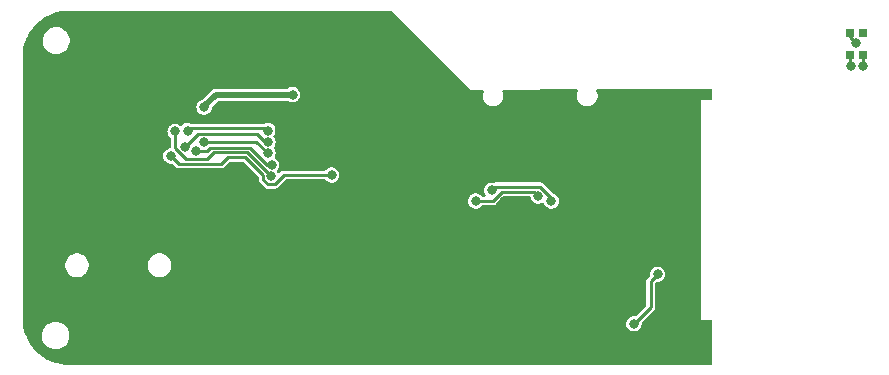
<source format=gbr>
%TF.GenerationSoftware,KiCad,Pcbnew,8.0.7-8.0.7-0~ubuntu22.04.1*%
%TF.CreationDate,2024-12-28T00:37:12+00:00*%
%TF.ProjectId,numcalcium,6e756d63-616c-4636-9975-6d2e6b696361,rev?*%
%TF.SameCoordinates,Original*%
%TF.FileFunction,Copper,L1,Top*%
%TF.FilePolarity,Positive*%
%FSLAX46Y46*%
G04 Gerber Fmt 4.6, Leading zero omitted, Abs format (unit mm)*
G04 Created by KiCad (PCBNEW 8.0.7-8.0.7-0~ubuntu22.04.1) date 2024-12-28 00:37:12*
%MOMM*%
%LPD*%
G01*
G04 APERTURE LIST*
%TA.AperFunction,SMDPad,CuDef*%
%ADD10R,0.700000X0.700000*%
%TD*%
%TA.AperFunction,ViaPad*%
%ADD11C,0.800000*%
%TD*%
%TA.AperFunction,Conductor*%
%ADD12C,0.250000*%
%TD*%
%TA.AperFunction,Conductor*%
%ADD13C,0.500000*%
%TD*%
G04 APERTURE END LIST*
D10*
%TO.P,D26,1,DOUT*%
%TO.N,unconnected-(D26-DOUT-Pad1)*%
X71427392Y30840801D03*
%TO.P,D26,2,VSS*%
%TO.N,GND*%
X70327392Y30840801D03*
%TO.P,D26,3,DIN*%
%TO.N,/Front/LED*%
X70327392Y29010801D03*
%TO.P,D26,4,VDD*%
%TO.N,/Front/VDD*%
X71427392Y29010801D03*
%TD*%
D11*
%TO.N,GND*%
X15815392Y28641001D03*
X8715392Y19441001D03*
%TO.N,/Front/VDD*%
X15615392Y24577001D03*
%TO.N,/Front/SD_CS*%
X38615392Y16641001D03*
%TO.N,/Front/VDD*%
X23115392Y25641001D03*
%TO.N,GND*%
X24815392Y18041001D03*
%TO.N,/Front/LCD_DC*%
X15623882Y21651797D03*
%TO.N,GND*%
X16015392Y9641001D03*
%TO.N,/Front/LCD_CS*%
X14215392Y22595370D03*
%TO.N,GND*%
X14415392Y12241001D03*
X33015392Y30041001D03*
%TO.N,/Front/BUZZER*%
X54015392Y10441001D03*
%TO.N,GND*%
X24815392Y10141001D03*
%TO.N,/Front/VDD*%
X71427392Y28041001D03*
%TO.N,GND*%
X15515392Y18241001D03*
X15615392Y11041001D03*
X14315392Y18241001D03*
X24815392Y11241001D03*
X21215392Y24641001D03*
X24815392Y12341001D03*
X16015392Y23641001D03*
%TO.N,/Front/SD_CS*%
X43915392Y17041001D03*
%TO.N,/Front/CK*%
X21015392Y21641001D03*
%TO.N,GND*%
X12615392Y14441001D03*
X42015392Y13441001D03*
X41015392Y16641001D03*
X70825211Y29990794D03*
%TO.N,/Front/LED*%
X70415392Y28041001D03*
%TO.N,/Front/MISO*%
X21300392Y18735549D03*
%TO.N,/Front/LCD_DC*%
X21015392Y20680998D03*
%TO.N,/Front/MISO*%
X13161814Y22525844D03*
%TO.N,/Front/CK*%
X13999761Y21225370D03*
%TO.N,/Front/MOSI*%
X39979127Y17546001D03*
X21336465Y19694874D03*
X14901923Y20897185D03*
X45015392Y16641001D03*
%TO.N,/Front/LCD_CS*%
X21007603Y22600972D03*
%TO.N,/Front/SD_CS*%
X12815392Y20441001D03*
X26415392Y18841001D03*
%TO.N,/Front/BUZZER*%
X52015392Y6241001D03*
%TD*%
D12*
%TO.N,/Front/VDD*%
X71427392Y28041001D02*
X71427392Y29010801D01*
D13*
X16615392Y25641001D02*
X15615392Y24641001D01*
D12*
X15615392Y24641001D02*
X15615392Y24577001D01*
D13*
X23115392Y25641001D02*
X16615392Y25641001D01*
D12*
%TO.N,/Front/MOSI*%
X19489674Y21166719D02*
X20961519Y19694874D01*
%TO.N,/Front/SD_CS*%
X43915392Y17041001D02*
X43525392Y17431001D01*
X40832864Y17431001D02*
X40042864Y16641001D01*
%TO.N,/Front/MOSI*%
X20961519Y19694874D02*
X21336465Y19694874D01*
%TO.N,/Front/SD_CS*%
X13454209Y19802184D02*
X12815392Y20441001D01*
%TO.N,/Front/LED*%
X70327392Y28129001D02*
X70327392Y29010801D01*
%TO.N,/Front/BUZZER*%
X53415392Y7641001D02*
X53415392Y9841001D01*
%TO.N,GND*%
X70825211Y29990794D02*
X70327392Y30488613D01*
%TO.N,/Front/CK*%
X13999761Y21225370D02*
X15119903Y22345512D01*
X15119903Y22345512D02*
X20110881Y22345512D01*
%TO.N,/Front/BUZZER*%
X53415392Y9841001D02*
X54015392Y10441001D01*
%TO.N,GND*%
X70327392Y30488613D02*
X70327392Y30840801D01*
%TO.N,/Front/LCD_CS*%
X14420866Y22800844D02*
X20807731Y22800844D01*
%TO.N,/Front/SD_CS*%
X26415392Y18841001D02*
X22374581Y18841001D01*
X19109394Y20346719D02*
X17615392Y20346719D01*
X21016655Y18050549D02*
X20615392Y18451812D01*
X20615392Y18840721D02*
X19109394Y20346719D01*
X40042864Y16641001D02*
X38615392Y16641001D01*
X43525392Y17431001D02*
X40832864Y17431001D01*
X21584129Y18050549D02*
X21016655Y18050549D01*
%TO.N,/Front/BUZZER*%
X52015392Y6241001D02*
X53415392Y7641001D01*
%TO.N,/Front/LED*%
X70415392Y28041001D02*
X70327392Y28129001D01*
%TO.N,/Front/SD_CS*%
X17070857Y19802184D02*
X13454209Y19802184D01*
%TO.N,/Front/LCD_DC*%
X20035859Y21651797D02*
X21006658Y20680998D01*
X21006658Y20680998D02*
X21015392Y20680998D01*
X15623882Y21651797D02*
X20035859Y21651797D01*
%TO.N,/Front/MISO*%
X19279222Y20756719D02*
X21300392Y18735549D01*
X13161814Y21094579D02*
X14044208Y20212185D01*
X15870858Y20212185D02*
X16415392Y20756719D01*
X16415392Y20756719D02*
X19279222Y20756719D01*
X13161814Y22525844D02*
X13161814Y21094579D01*
X14044208Y20212185D02*
X15870858Y20212185D01*
%TO.N,/Front/CK*%
X20110881Y22345512D02*
X20815392Y21641001D01*
X20815392Y21641001D02*
X21015392Y21641001D01*
%TO.N,/Front/MOSI*%
X16107541Y21166719D02*
X19489674Y21166719D01*
X15838007Y20897185D02*
X16107541Y21166719D01*
X14901923Y20897185D02*
X15838007Y20897185D01*
X45015392Y16641001D02*
X45015392Y16909738D01*
X44084129Y17841001D02*
X40274127Y17841001D01*
X45015392Y16909738D02*
X44084129Y17841001D01*
X40274127Y17841001D02*
X39979127Y17546001D01*
%TO.N,/Front/LCD_CS*%
X20807731Y22800844D02*
X21007603Y22600972D01*
X14215392Y22595370D02*
X14420866Y22800844D01*
%TO.N,/Front/SD_CS*%
X17615392Y20346719D02*
X17070857Y19802184D01*
X22374581Y18841001D02*
X21584129Y18050549D01*
X20615392Y18451812D02*
X20615392Y18840721D01*
%TD*%
%TA.AperFunction,Conductor*%
%TO.N,GND*%
G36*
X31549883Y32741137D02*
G01*
X31561886Y32730857D01*
X38215392Y26041001D01*
X38215393Y26041000D01*
X39198463Y26046621D01*
X39256761Y26028047D01*
X39293007Y25978753D01*
X39293357Y25917569D01*
X39290493Y25909738D01*
X39243537Y25796376D01*
X39243537Y25796374D01*
X39209892Y25627232D01*
X39209892Y25454769D01*
X39243537Y25285627D01*
X39243537Y25285625D01*
X39309531Y25126300D01*
X39309537Y25126288D01*
X39405347Y24982902D01*
X39405350Y24982898D01*
X39527289Y24860959D01*
X39527293Y24860956D01*
X39670679Y24765146D01*
X39670691Y24765140D01*
X39830017Y24699146D01*
X39999160Y24665501D01*
X39999163Y24665501D01*
X40171623Y24665501D01*
X40284384Y24687931D01*
X40340766Y24699146D01*
X40340767Y24699146D01*
X40500092Y24765140D01*
X40500104Y24765146D01*
X40602641Y24833661D01*
X40643491Y24860956D01*
X40765437Y24982902D01*
X40806285Y25044035D01*
X40861246Y25126288D01*
X40861252Y25126300D01*
X40927246Y25285625D01*
X40927247Y25285627D01*
X40960892Y25454772D01*
X40960892Y25627230D01*
X40927247Y25796375D01*
X40876101Y25919850D01*
X40871301Y25980845D01*
X40903270Y26033014D01*
X40959798Y26056429D01*
X40967000Y26056732D01*
X47197407Y26092356D01*
X47255705Y26073782D01*
X47291951Y26024489D01*
X47292301Y25963304D01*
X47289437Y25955473D01*
X47223537Y25796376D01*
X47223537Y25796374D01*
X47189892Y25627232D01*
X47189892Y25454769D01*
X47223537Y25285627D01*
X47223537Y25285625D01*
X47289531Y25126300D01*
X47289537Y25126288D01*
X47385347Y24982902D01*
X47385350Y24982898D01*
X47507289Y24860959D01*
X47507293Y24860956D01*
X47650679Y24765146D01*
X47650691Y24765140D01*
X47810017Y24699146D01*
X47979160Y24665501D01*
X47979163Y24665501D01*
X48151623Y24665501D01*
X48264384Y24687931D01*
X48320766Y24699146D01*
X48320767Y24699146D01*
X48480092Y24765140D01*
X48480104Y24765146D01*
X48582641Y24833661D01*
X48623491Y24860956D01*
X48745437Y24982902D01*
X48786285Y25044035D01*
X48841246Y25126288D01*
X48841252Y25126300D01*
X48907246Y25285625D01*
X48907247Y25285627D01*
X48940892Y25454772D01*
X48940892Y25627230D01*
X48907247Y25796375D01*
X48841250Y25955706D01*
X48841244Y25955713D01*
X48840780Y25956586D01*
X48840699Y25957035D01*
X48839389Y25960200D01*
X48840083Y25960487D01*
X48830026Y26016819D01*
X48856730Y26071870D01*
X48910692Y26100710D01*
X48927526Y26102249D01*
X58543826Y26157231D01*
X58602124Y26138657D01*
X58638370Y26089364D01*
X58643392Y26058233D01*
X58643392Y25291601D01*
X58624485Y25233410D01*
X58574985Y25197446D01*
X58544392Y25192601D01*
X57726770Y25192601D01*
X57726770Y6599801D01*
X58544392Y6599801D01*
X58602583Y6580894D01*
X58638547Y6531394D01*
X58643392Y6500801D01*
X58643392Y2887044D01*
X58624485Y2828853D01*
X58574985Y2792889D01*
X58544392Y2788044D01*
X4119611Y2788044D01*
X4118360Y2788052D01*
X4117140Y2788067D01*
X3921257Y2790542D01*
X3912173Y2791075D01*
X3519474Y2832349D01*
X3509265Y2833965D01*
X3123636Y2915933D01*
X3113646Y2918611D01*
X2738724Y3040432D01*
X2729050Y3044145D01*
X2368923Y3204483D01*
X2359699Y3209182D01*
X2018280Y3406300D01*
X2009616Y3411927D01*
X1690657Y3643663D01*
X1682637Y3650159D01*
X1389660Y3913957D01*
X1382352Y3921265D01*
X1118554Y4214242D01*
X1112058Y4222262D01*
X880322Y4541221D01*
X874695Y4549885D01*
X677577Y4891304D01*
X672876Y4900533D01*
X512540Y5260655D01*
X508827Y5270329D01*
X482417Y5351609D01*
X1893374Y5351609D01*
X1893374Y5136272D01*
X1932941Y4924604D01*
X1932942Y4924602D01*
X2010731Y4723806D01*
X2118409Y4549899D01*
X2124091Y4540722D01*
X2269167Y4381581D01*
X2440998Y4251822D01*
X2441013Y4251813D01*
X2633765Y4155834D01*
X2633767Y4155833D01*
X2633768Y4155833D01*
X2840884Y4096903D01*
X3055303Y4077034D01*
X3269722Y4096903D01*
X3476838Y4155833D01*
X3669600Y4251817D01*
X3669607Y4251822D01*
X3841438Y4381581D01*
X3841443Y4381586D01*
X3986515Y4540722D01*
X4099875Y4723806D01*
X4177664Y4924602D01*
X4217232Y5136272D01*
X4219716Y5243941D01*
X4217232Y5351610D01*
X4177664Y5563280D01*
X4099875Y5764076D01*
X3986515Y5947160D01*
X3841443Y6106296D01*
X3669600Y6236065D01*
X3659685Y6241002D01*
X51360114Y6241002D01*
X51360114Y6240999D01*
X51379154Y6084184D01*
X51379155Y6084183D01*
X51435172Y5936477D01*
X51524907Y5806472D01*
X51643150Y5701719D01*
X51783027Y5628304D01*
X51936404Y5590501D01*
X51936407Y5590501D01*
X52094379Y5590501D01*
X52247756Y5628304D01*
X52317694Y5665011D01*
X52387632Y5701718D01*
X52505875Y5806471D01*
X52595612Y5936478D01*
X52651629Y6084183D01*
X52670670Y6241001D01*
X52663027Y6303937D01*
X52674781Y6363979D01*
X52691301Y6385873D01*
X53715866Y7410438D01*
X53715866Y7410437D01*
X53715867Y7410438D01*
X53765300Y7496058D01*
X53765300Y7496060D01*
X53765302Y7496063D01*
X53790892Y7591566D01*
X53790892Y9644456D01*
X53809799Y9702647D01*
X53819888Y9714460D01*
X53866933Y9761505D01*
X53921450Y9789282D01*
X53936937Y9790501D01*
X54094379Y9790501D01*
X54247756Y9828304D01*
X54366136Y9890436D01*
X54387632Y9901718D01*
X54505875Y10006471D01*
X54595612Y10136478D01*
X54651629Y10284183D01*
X54670670Y10441001D01*
X54651629Y10597819D01*
X54595612Y10745524D01*
X54505875Y10875531D01*
X54387632Y10980284D01*
X54247757Y11053697D01*
X54094377Y11091501D01*
X53936407Y11091501D01*
X53783027Y11053697D01*
X53643152Y10980284D01*
X53557230Y10904164D01*
X53524907Y10875529D01*
X53435172Y10745524D01*
X53379155Y10597818D01*
X53379154Y10597817D01*
X53360114Y10441002D01*
X53360114Y10440998D01*
X53367755Y10378063D01*
X53355999Y10318018D01*
X53339481Y10296127D01*
X53184830Y10141476D01*
X53184829Y10141476D01*
X53114916Y10071562D01*
X53065483Y9985943D01*
X53065482Y9985939D01*
X53039892Y9890436D01*
X53039892Y9890434D01*
X53039892Y7837546D01*
X53020985Y7779355D01*
X53010896Y7767542D01*
X52163851Y6920497D01*
X52109334Y6892720D01*
X52093847Y6891501D01*
X51936407Y6891501D01*
X51783027Y6853697D01*
X51643152Y6780284D01*
X51643150Y6780282D01*
X51524907Y6675529D01*
X51459586Y6580894D01*
X51435172Y6545524D01*
X51384097Y6410848D01*
X51379155Y6397818D01*
X51379154Y6397817D01*
X51360114Y6241002D01*
X3659685Y6241002D01*
X3476838Y6332049D01*
X3269722Y6390979D01*
X3055303Y6410848D01*
X2840884Y6390979D01*
X2633768Y6332049D01*
X2441006Y6236065D01*
X2440998Y6236059D01*
X2269167Y6106300D01*
X2269164Y6106296D01*
X2269163Y6106296D01*
X2124091Y5947160D01*
X2010731Y5764076D01*
X1964698Y5645251D01*
X1932941Y5563277D01*
X1893374Y5351609D01*
X482417Y5351609D01*
X404796Y5590501D01*
X387005Y5645253D01*
X384328Y5655241D01*
X302360Y6040870D01*
X300744Y6051079D01*
X259470Y6443778D01*
X258937Y6452869D01*
X258331Y6500801D01*
X256446Y6649965D01*
X256439Y6651215D01*
X256439Y11294544D01*
X3856092Y11294544D01*
X3856092Y11097457D01*
X3894541Y10904166D01*
X3894541Y10904164D01*
X3969959Y10722087D01*
X4079453Y10558219D01*
X4079456Y10558215D01*
X4218806Y10418865D01*
X4218810Y10418862D01*
X4382678Y10309368D01*
X4564756Y10233950D01*
X4758048Y10195501D01*
X4758051Y10195501D01*
X4955135Y10195501D01*
X5083995Y10221133D01*
X5148427Y10233950D01*
X5148428Y10233950D01*
X5330505Y10309368D01*
X5384880Y10345700D01*
X5494374Y10418862D01*
X5633731Y10558219D01*
X5743224Y10722087D01*
X5818643Y10904166D01*
X5857092Y11097460D01*
X5857092Y11294542D01*
X5857092Y11294544D01*
X10856092Y11294544D01*
X10856092Y11097457D01*
X10894541Y10904166D01*
X10894541Y10904164D01*
X10969959Y10722087D01*
X11079453Y10558219D01*
X11079456Y10558215D01*
X11218806Y10418865D01*
X11218810Y10418862D01*
X11382678Y10309368D01*
X11564756Y10233950D01*
X11758048Y10195501D01*
X11758051Y10195501D01*
X11955135Y10195501D01*
X12083995Y10221133D01*
X12148427Y10233950D01*
X12148428Y10233950D01*
X12330505Y10309368D01*
X12384880Y10345700D01*
X12494374Y10418862D01*
X12633731Y10558219D01*
X12743224Y10722087D01*
X12818643Y10904166D01*
X12857092Y11097460D01*
X12857092Y11294542D01*
X12818643Y11487836D01*
X12743224Y11669915D01*
X12633731Y11833783D01*
X12494374Y11973140D01*
X12330506Y12082633D01*
X12148427Y12158052D01*
X11955133Y12196501D01*
X11758051Y12196501D01*
X11564757Y12158052D01*
X11382678Y12082633D01*
X11218810Y11973140D01*
X11079453Y11833783D01*
X11006291Y11724289D01*
X10969959Y11669914D01*
X10894541Y11487837D01*
X10894541Y11487835D01*
X10856092Y11294544D01*
X5857092Y11294544D01*
X5818643Y11487836D01*
X5743224Y11669915D01*
X5633731Y11833783D01*
X5494374Y11973140D01*
X5330506Y12082633D01*
X5148427Y12158052D01*
X4955133Y12196501D01*
X4758051Y12196501D01*
X4564757Y12158052D01*
X4382678Y12082633D01*
X4218810Y11973140D01*
X4079453Y11833783D01*
X4006291Y11724289D01*
X3969959Y11669914D01*
X3894541Y11487837D01*
X3894541Y11487835D01*
X3856092Y11294544D01*
X256439Y11294544D01*
X256439Y16641002D01*
X37960114Y16641002D01*
X37960114Y16640999D01*
X37979154Y16484184D01*
X37979155Y16484183D01*
X38035172Y16336477D01*
X38124907Y16206472D01*
X38243150Y16101719D01*
X38383027Y16028304D01*
X38536404Y15990501D01*
X38536407Y15990501D01*
X38694379Y15990501D01*
X38847756Y16028304D01*
X38917694Y16065011D01*
X38987632Y16101718D01*
X39105875Y16206471D01*
X39117104Y16222739D01*
X39165720Y16259889D01*
X39198580Y16265501D01*
X40092302Y16265501D01*
X40140048Y16278295D01*
X40140049Y16278295D01*
X40187798Y16291089D01*
X40187805Y16291092D01*
X40273425Y16340525D01*
X40343339Y16410438D01*
X40343339Y16410439D01*
X40959406Y17026505D01*
X41013923Y17054282D01*
X41029410Y17055501D01*
X43170647Y17055501D01*
X43228838Y17036594D01*
X43264802Y16987094D01*
X43268925Y16968434D01*
X43279154Y16884185D01*
X43279155Y16884183D01*
X43335172Y16736477D01*
X43424907Y16606472D01*
X43543150Y16501719D01*
X43683027Y16428304D01*
X43836404Y16390501D01*
X43836407Y16390501D01*
X43994379Y16390501D01*
X44147756Y16428304D01*
X44254224Y16484184D01*
X44259467Y16486936D01*
X44319779Y16497237D01*
X44374627Y16470121D01*
X44398041Y16434382D01*
X44435169Y16336482D01*
X44435171Y16336479D01*
X44524907Y16206472D01*
X44643150Y16101719D01*
X44783027Y16028304D01*
X44936404Y15990501D01*
X44936407Y15990501D01*
X45094379Y15990501D01*
X45247756Y16028304D01*
X45317694Y16065011D01*
X45387632Y16101718D01*
X45505875Y16206471D01*
X45595612Y16336478D01*
X45651629Y16484183D01*
X45666477Y16606471D01*
X45670670Y16640999D01*
X45670670Y16641002D01*
X45651629Y16797817D01*
X45651629Y16797819D01*
X45595612Y16945524D01*
X45505875Y17075531D01*
X45387632Y17180284D01*
X45247757Y17253697D01*
X45214453Y17261905D01*
X45168144Y17288022D01*
X44314692Y18141475D01*
X44314693Y18141475D01*
X44229777Y18190501D01*
X44229067Y18190911D01*
X44181315Y18203706D01*
X44133565Y18216501D01*
X44133564Y18216501D01*
X40323563Y18216501D01*
X40224691Y18216501D01*
X40176940Y18203706D01*
X40176939Y18203706D01*
X40167215Y18201100D01*
X40130592Y18191286D01*
X40081278Y18190791D01*
X40058112Y18196501D01*
X39900142Y18196501D01*
X39746762Y18158697D01*
X39606887Y18085284D01*
X39606885Y18085282D01*
X39488642Y17980529D01*
X39398907Y17850524D01*
X39360812Y17750074D01*
X39342890Y17702818D01*
X39342889Y17702817D01*
X39323849Y17546002D01*
X39323849Y17545999D01*
X39342889Y17389184D01*
X39342890Y17389183D01*
X39398907Y17241477D01*
X39447044Y17171739D01*
X39464539Y17113108D01*
X39444231Y17055391D01*
X39393876Y17020634D01*
X39365568Y17016501D01*
X39198580Y17016501D01*
X39140389Y17035408D01*
X39117104Y17059263D01*
X39105876Y17075529D01*
X39105875Y17075531D01*
X38987632Y17180284D01*
X38847757Y17253697D01*
X38694377Y17291501D01*
X38536407Y17291501D01*
X38383027Y17253697D01*
X38243152Y17180284D01*
X38165478Y17111471D01*
X38124907Y17075529D01*
X38035172Y16945524D01*
X38011909Y16884183D01*
X37979155Y16797818D01*
X37979154Y16797817D01*
X37960114Y16641002D01*
X256439Y16641002D01*
X256439Y20441002D01*
X12160114Y20441002D01*
X12160114Y20440999D01*
X12179154Y20284184D01*
X12179155Y20284183D01*
X12235172Y20136477D01*
X12324907Y20006472D01*
X12443150Y19901719D01*
X12583027Y19828304D01*
X12736404Y19790501D01*
X12893846Y19790501D01*
X12952037Y19771594D01*
X12963849Y19761505D01*
X13223643Y19501711D01*
X13309271Y19452273D01*
X13341105Y19443743D01*
X13404773Y19426684D01*
X13404774Y19426684D01*
X13404775Y19426684D01*
X17120295Y19426684D01*
X17168041Y19439478D01*
X17168042Y19439478D01*
X17215791Y19452272D01*
X17215798Y19452275D01*
X17301418Y19501708D01*
X17371330Y19571619D01*
X17371332Y19571622D01*
X17741934Y19942223D01*
X17796450Y19970000D01*
X17811937Y19971219D01*
X18912849Y19971219D01*
X18971040Y19952312D01*
X18982853Y19942223D01*
X20210896Y18714179D01*
X20238673Y18659662D01*
X20239892Y18644175D01*
X20239892Y18501248D01*
X20239892Y18402376D01*
X20239892Y18402375D01*
X20239891Y18402375D01*
X20243073Y18390502D01*
X20265481Y18306874D01*
X20265483Y18306870D01*
X20310842Y18228306D01*
X20310843Y18228307D01*
X20310844Y18228305D01*
X20314917Y18221250D01*
X20786097Y17750070D01*
X20871714Y17700639D01*
X20871712Y17700639D01*
X20907919Y17690938D01*
X20967219Y17675049D01*
X20967220Y17675049D01*
X20967221Y17675049D01*
X21633567Y17675049D01*
X21692860Y17690937D01*
X21692861Y17690937D01*
X21729063Y17700637D01*
X21729070Y17700640D01*
X21814690Y17750073D01*
X21884604Y17819986D01*
X21884604Y17819987D01*
X22501122Y18436505D01*
X22555639Y18464282D01*
X22571126Y18465501D01*
X25832204Y18465501D01*
X25890395Y18446594D01*
X25913680Y18422739D01*
X25924907Y18406472D01*
X26043150Y18301719D01*
X26183027Y18228304D01*
X26336404Y18190501D01*
X26336407Y18190501D01*
X26494379Y18190501D01*
X26647756Y18228304D01*
X26717694Y18265011D01*
X26787632Y18301718D01*
X26905875Y18406471D01*
X26995612Y18536478D01*
X27051629Y18684183D01*
X27070670Y18841001D01*
X27051629Y18997819D01*
X26995612Y19145524D01*
X26905875Y19275531D01*
X26787632Y19380284D01*
X26647757Y19453697D01*
X26494377Y19491501D01*
X26336407Y19491501D01*
X26183027Y19453697D01*
X26043152Y19380284D01*
X26043150Y19380282D01*
X25924907Y19275529D01*
X25913680Y19259263D01*
X25865064Y19222113D01*
X25832204Y19216501D01*
X22424017Y19216501D01*
X22325145Y19216501D01*
X22277394Y19203706D01*
X22277393Y19203706D01*
X22229643Y19190911D01*
X22229639Y19190909D01*
X22144017Y19141475D01*
X22144018Y19141475D01*
X22030767Y19028224D01*
X21976250Y19000447D01*
X21915818Y19010018D01*
X21879288Y19041990D01*
X21815712Y19134096D01*
X21798216Y19192726D01*
X21818524Y19250443D01*
X21823088Y19255987D01*
X21826947Y19260343D01*
X21837431Y19275531D01*
X21916685Y19390351D01*
X21972702Y19538056D01*
X21991743Y19694874D01*
X21972702Y19851692D01*
X21916685Y19999397D01*
X21826948Y20129404D01*
X21708705Y20234157D01*
X21647030Y20266526D01*
X21604293Y20310310D01*
X21595452Y20370854D01*
X21600469Y20389284D01*
X21651629Y20524180D01*
X21662374Y20612674D01*
X21670670Y20680996D01*
X21670670Y20680999D01*
X21651629Y20837814D01*
X21651629Y20837816D01*
X21595612Y20985521D01*
X21513307Y21104761D01*
X21495811Y21163391D01*
X21513306Y21217237D01*
X21595611Y21336477D01*
X21595612Y21336478D01*
X21651629Y21484183D01*
X21659329Y21547599D01*
X21670670Y21640999D01*
X21670670Y21641002D01*
X21651629Y21797817D01*
X21651629Y21797819D01*
X21595612Y21945524D01*
X21509422Y22070392D01*
X21491927Y22129020D01*
X21509423Y22182866D01*
X21587820Y22296444D01*
X21587821Y22296446D01*
X21587823Y22296449D01*
X21643840Y22444154D01*
X21662881Y22600972D01*
X21643840Y22757790D01*
X21587823Y22905495D01*
X21498086Y23035502D01*
X21379843Y23140255D01*
X21239968Y23213668D01*
X21086588Y23251472D01*
X20928618Y23251472D01*
X20775238Y23213668D01*
X20725730Y23187684D01*
X20679722Y23176344D01*
X14532599Y23176344D01*
X14486591Y23187683D01*
X14447757Y23208066D01*
X14294377Y23245870D01*
X14136407Y23245870D01*
X13983027Y23208066D01*
X13843152Y23134653D01*
X13724909Y23029900D01*
X13724905Y23029894D01*
X13724123Y23029012D01*
X13723480Y23028633D01*
X13720427Y23025929D01*
X13719897Y23026526D01*
X13671386Y22997990D01*
X13610486Y23003891D01*
X13584369Y23020551D01*
X13534054Y23065127D01*
X13394179Y23138540D01*
X13240799Y23176344D01*
X13082829Y23176344D01*
X12929449Y23138540D01*
X12789574Y23065127D01*
X12748381Y23028633D01*
X12671329Y22960372D01*
X12633451Y22905495D01*
X12581594Y22830367D01*
X12554069Y22757788D01*
X12525577Y22682661D01*
X12525576Y22682660D01*
X12506536Y22525845D01*
X12506536Y22525842D01*
X12525576Y22369027D01*
X12525577Y22369026D01*
X12581594Y22221320D01*
X12671329Y22091315D01*
X12752963Y22018995D01*
X12783982Y21966255D01*
X12786314Y21944892D01*
X12786314Y21181363D01*
X12767407Y21123172D01*
X12717907Y21087208D01*
X12711014Y21085242D01*
X12583027Y21053697D01*
X12443152Y20980284D01*
X12443150Y20980282D01*
X12324907Y20875529D01*
X12235172Y20745524D01*
X12180487Y20601329D01*
X12179155Y20597818D01*
X12179154Y20597817D01*
X12160114Y20441002D01*
X256439Y20441002D01*
X256439Y24577002D01*
X14960114Y24577002D01*
X14960114Y24576999D01*
X14979154Y24420184D01*
X14979155Y24420183D01*
X15035172Y24272477D01*
X15124907Y24142472D01*
X15243150Y24037719D01*
X15383027Y23964304D01*
X15536404Y23926501D01*
X15536407Y23926501D01*
X15694379Y23926501D01*
X15847756Y23964304D01*
X15917694Y24001011D01*
X15987632Y24037718D01*
X16105875Y24142471D01*
X16195612Y24272478D01*
X16251629Y24420183D01*
X16268136Y24556134D01*
X16293919Y24611621D01*
X16296410Y24614205D01*
X16793710Y25111505D01*
X16848227Y25139282D01*
X16863714Y25140501D01*
X22661829Y25140501D01*
X22720020Y25121594D01*
X22727479Y25115603D01*
X22743150Y25101719D01*
X22883027Y25028304D01*
X23036404Y24990501D01*
X23036407Y24990501D01*
X23194379Y24990501D01*
X23347756Y25028304D01*
X23417694Y25065011D01*
X23487632Y25101718D01*
X23605875Y25206471D01*
X23606274Y25207048D01*
X23695611Y25336477D01*
X23695612Y25336478D01*
X23751629Y25484183D01*
X23770670Y25641001D01*
X23751629Y25797819D01*
X23695612Y25945524D01*
X23605875Y26075531D01*
X23487632Y26180284D01*
X23347757Y26253697D01*
X23194377Y26291501D01*
X23036407Y26291501D01*
X22883027Y26253697D01*
X22743152Y26180284D01*
X22743150Y26180282D01*
X22727479Y26166399D01*
X22671385Y26141963D01*
X22661829Y26141501D01*
X16681285Y26141501D01*
X16549500Y26141501D01*
X16422206Y26107393D01*
X16422203Y26107391D01*
X16422201Y26107391D01*
X16308082Y26041504D01*
X16308081Y26041503D01*
X16308078Y26041501D01*
X15893809Y25627232D01*
X15499745Y25233168D01*
X15453435Y25207050D01*
X15383027Y25189697D01*
X15243152Y25116284D01*
X15226712Y25101719D01*
X15124907Y25011529D01*
X15105145Y24982898D01*
X15035172Y24881524D01*
X14991034Y24765140D01*
X14979155Y24733818D01*
X14979154Y24733817D01*
X14960114Y24577002D01*
X256439Y24577002D01*
X256439Y28896806D01*
X256447Y28898101D01*
X258741Y29073436D01*
X259026Y29095254D01*
X259559Y29104282D01*
X300834Y29496990D01*
X302452Y29507205D01*
X384416Y29892817D01*
X387095Y29902812D01*
X508913Y30277724D01*
X512626Y30287398D01*
X529741Y30325839D01*
X1965968Y30325839D01*
X1965968Y30114248D01*
X2004847Y29906262D01*
X2004848Y29906260D01*
X2081284Y29708957D01*
X2192672Y29529058D01*
X2192674Y29529055D01*
X2335222Y29372688D01*
X2504072Y29245179D01*
X2504081Y29245174D01*
X2693479Y29150865D01*
X2693481Y29150864D01*
X2693482Y29150864D01*
X2896996Y29092959D01*
X3107685Y29073436D01*
X3318374Y29092959D01*
X3521888Y29150864D01*
X3711296Y29245178D01*
X3880150Y29372690D01*
X4022698Y29529058D01*
X4134086Y29708957D01*
X4210522Y29906260D01*
X4249402Y30114248D01*
X4251842Y30220044D01*
X4249402Y30325840D01*
X4210522Y30533828D01*
X4134086Y30731131D01*
X4022698Y30911030D01*
X3880150Y31067398D01*
X3711296Y31194910D01*
X3521888Y31289224D01*
X3318374Y31347129D01*
X3107685Y31366652D01*
X2896996Y31347129D01*
X2693482Y31289224D01*
X2504074Y31194910D01*
X2335220Y31067398D01*
X2192672Y30911030D01*
X2081284Y30731131D01*
X2048890Y30647512D01*
X2004847Y30533825D01*
X1965968Y30325839D01*
X529741Y30325839D01*
X672959Y30647512D01*
X677663Y30656745D01*
X874765Y30998137D01*
X880409Y31006828D01*
X924416Y31067398D01*
X1112123Y31325756D01*
X1118634Y31333795D01*
X1382409Y31626746D01*
X1389736Y31634073D01*
X1425189Y31665995D01*
X1682685Y31897846D01*
X1690733Y31904364D01*
X2009654Y32136073D01*
X2018345Y32141717D01*
X2359737Y32338819D01*
X2368970Y32343523D01*
X2729084Y32503856D01*
X2738758Y32507569D01*
X3113670Y32629387D01*
X3123680Y32632070D01*
X3509267Y32714028D01*
X3519502Y32715649D01*
X3912188Y32756922D01*
X3921240Y32757456D01*
X4113943Y32759977D01*
X4118382Y32760036D01*
X4119677Y32760044D01*
X31491692Y32760044D01*
X31549883Y32741137D01*
G37*
%TD.AperFunction*%
%TD*%
M02*

</source>
